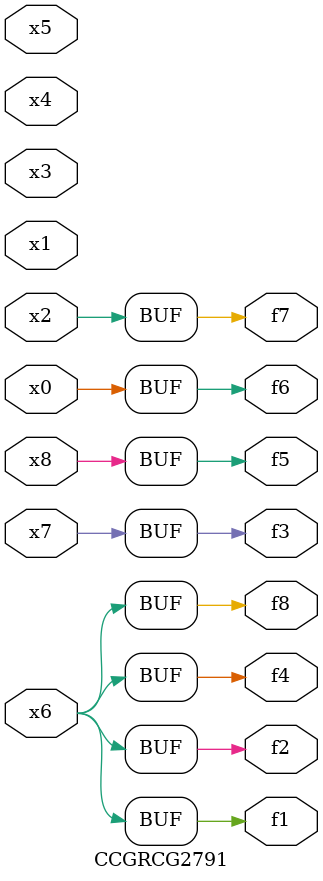
<source format=v>
module CCGRCG2791(
	input x0, x1, x2, x3, x4, x5, x6, x7, x8,
	output f1, f2, f3, f4, f5, f6, f7, f8
);
	assign f1 = x6;
	assign f2 = x6;
	assign f3 = x7;
	assign f4 = x6;
	assign f5 = x8;
	assign f6 = x0;
	assign f7 = x2;
	assign f8 = x6;
endmodule

</source>
